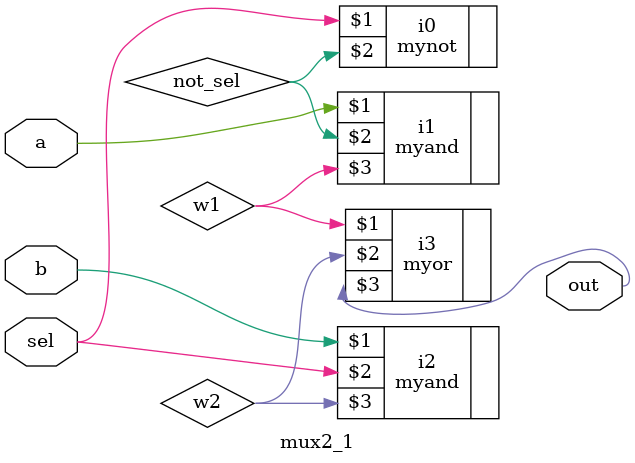
<source format=v>
`timescale 1ns / 1ps


module mux2_1(a, b, sel, out);
    input a, b, sel;
    output out;
    wire out;
   
    mynot i0(sel, not_sel);
    myand i1(a, not_sel, w1);
    myand i2(b, sel, w2);
    myor i3(w1, w2, out);
    
endmodule

</source>
